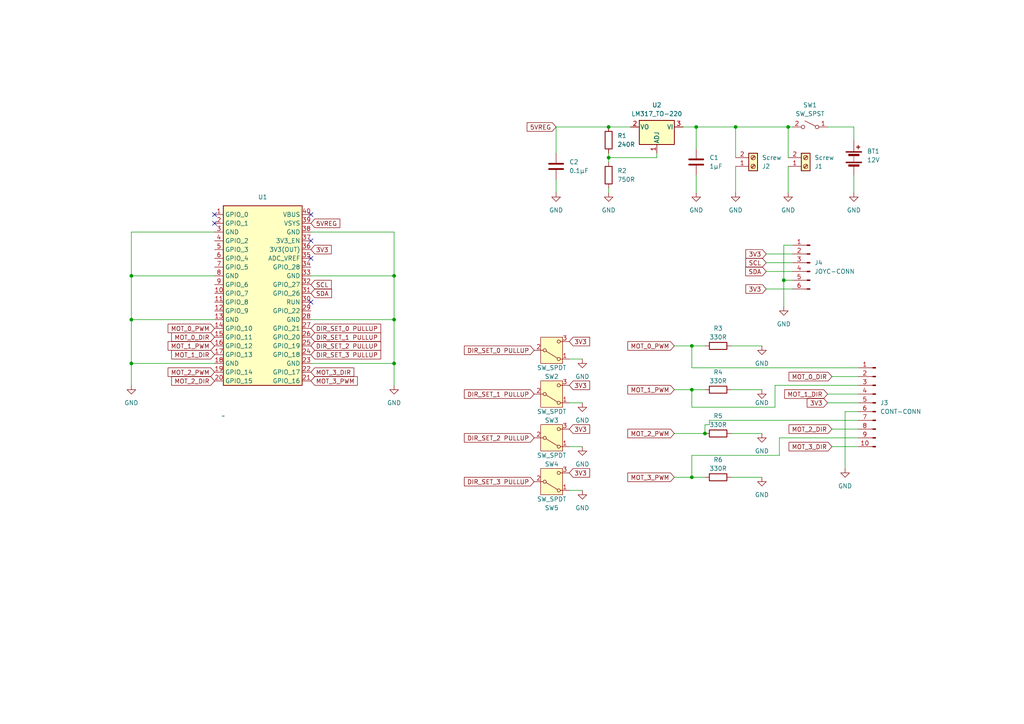
<source format=kicad_sch>
(kicad_sch (version 20230121) (generator eeschema)
  (paper "A4")
  (lib_symbols
    (symbol "Connector:Conn_01x06_Pin" (pin_names (offset 1.016) hide)
      (property "Reference" "J" (at 0 7.62 0))
      (property "Value" "Conn_01x06_Pin" (at 0 -10.16 0))
      (symbol "Conn_01x06_Pin_1_1"
        (polyline (pts (xy 1.27 -7.62) (xy 0.8636 -7.62)) (stroke (width 0.1524)))
        (polyline (pts (xy 1.27 -5.08) (xy 0.8636 -5.08)) (stroke (width 0.1524)))
        (polyline (pts (xy 1.27 -2.54) (xy 0.8636 -2.54)) (stroke (width 0.1524)))
        (polyline (pts (xy 1.27 0) (xy 0.8636 0)) (stroke (width 0.1524)))
        (polyline (pts (xy 1.27 2.54) (xy 0.8636 2.54)) (stroke (width 0.1524)))
        (polyline (pts (xy 1.27 5.08) (xy 0.8636 5.08)) (stroke (width 0.1524)))
        (rectangle (start 0.8636 -7.493) (end 0 -7.747) (stroke (width 0.1524)) (fill (type outline)))
        (rectangle (start 0.8636 -4.953) (end 0 -5.207) (stroke (width 0.1524)) (fill (type outline)))
        (rectangle (start 0.8636 -2.413) (end 0 -2.667) (stroke (width 0.1524)) (fill (type outline)))
        (rectangle (start 0.8636 0.127) (end 0 -0.127) (stroke (width 0.1524)) (fill (type outline)))
        (rectangle (start 0.8636 2.667) (end 0 2.413) (stroke (width 0.1524)) (fill (type outline)))
        (rectangle (start 0.8636 5.207) (end 0 4.953) (stroke (width 0.1524)) (fill (type outline)))
        (pin passive line (at 5.08 5.08 180) (length 3.81) (name "Pin_1") (number "1"))
        (pin passive line (at 5.08 2.54 180) (length 3.81) (name "Pin_2") (number "2"))
        (pin passive line (at 5.08 0 180) (length 3.81) (name "Pin_3") (number "3"))
        (pin passive line (at 5.08 -2.54 180) (length 3.81) (name "Pin_4") (number "4"))
        (pin passive line (at 5.08 -5.08 180) (length 3.81) (name "Pin_5") (number "5"))
        (pin passive line (at 5.08 -7.62 180) (length 3.81) (name "Pin_6") (number "6"))
      )
    )
    (symbol "Connector:Conn_01x10_Pin" (pin_names (offset 1.016) hide)
      (property "Reference" "J" (at 0 12.7 0))
      (property "Value" "Conn_01x10_Pin" (at 0 -15.24 0))
      (symbol "Conn_01x10_Pin_1_1"
        (polyline (pts (xy 1.27 -12.7) (xy 0.8636 -12.7)) (stroke (width 0.1524)))
        (polyline (pts (xy 1.27 -10.16) (xy 0.8636 -10.16)) (stroke (width 0.1524)))
        (polyline (pts (xy 1.27 -7.62) (xy 0.8636 -7.62)) (stroke (width 0.1524)))
        (polyline (pts (xy 1.27 -5.08) (xy 0.8636 -5.08)) (stroke (width 0.1524)))
        (polyline (pts (xy 1.27 -2.54) (xy 0.8636 -2.54)) (stroke (width 0.1524)))
        (polyline (pts (xy 1.27 0) (xy 0.8636 0)) (stroke (width 0.1524)))
        (polyline (pts (xy 1.27 2.54) (xy 0.8636 2.54)) (stroke (width 0.1524)))
        (polyline (pts (xy 1.27 5.08) (xy 0.8636 5.08)) (stroke (width 0.1524)))
        (polyline (pts (xy 1.27 7.62) (xy 0.8636 7.62)) (stroke (width 0.1524)))
        (polyline (pts (xy 1.27 10.16) (xy 0.8636 10.16)) (stroke (width 0.1524)))
        (rectangle (start 0.8636 -12.573) (end 0 -12.827) (stroke (width 0.1524)) (fill (type outline)))
        (rectangle (start 0.8636 -10.033) (end 0 -10.287) (stroke (width 0.1524)) (fill (type outline)))
        (rectangle (start 0.8636 -7.493) (end 0 -7.747) (stroke (width 0.1524)) (fill (type outline)))
        (rectangle (start 0.8636 -4.953) (end 0 -5.207) (stroke (width 0.1524)) (fill (type outline)))
        (rectangle (start 0.8636 -2.413) (end 0 -2.667) (stroke (width 0.1524)) (fill (type outline)))
        (rectangle (start 0.8636 0.127) (end 0 -0.127) (stroke (width 0.1524)) (fill (type outline)))
        (rectangle (start 0.8636 2.667) (end 0 2.413) (stroke (width 0.1524)) (fill (type outline)))
        (rectangle (start 0.8636 5.207) (end 0 4.953) (stroke (width 0.1524)) (fill (type outline)))
        (rectangle (start 0.8636 7.747) (end 0 7.493) (stroke (width 0.1524)) (fill (type outline)))
        (rectangle (start 0.8636 10.287) (end 0 10.033) (stroke (width 0.1524)) (fill (type outline)))
        (pin passive line (at 5.08 10.16 180) (length 3.81) (name "Pin_1") (number "1"))
        (pin passive line (at 5.08 -12.7 180) (length 3.81) (name "Pin_10") (number "10"))
        (pin passive line (at 5.08 7.62 180) (length 3.81) (name "Pin_2") (number "2"))
        (pin passive line (at 5.08 5.08 180) (length 3.81) (name "Pin_3") (number "3"))
        (pin passive line (at 5.08 2.54 180) (length 3.81) (name "Pin_4") (number "4"))
        (pin passive line (at 5.08 0 180) (length 3.81) (name "Pin_5") (number "5"))
        (pin passive line (at 5.08 -2.54 180) (length 3.81) (name "Pin_6") (number "6"))
        (pin passive line (at 5.08 -5.08 180) (length 3.81) (name "Pin_7") (number "7"))
        (pin passive line (at 5.08 -7.62 180) (length 3.81) (name "Pin_8") (number "8"))
        (pin passive line (at 5.08 -10.16 180) (length 3.81) (name "Pin_9") (number "9"))
      )
    )
    (symbol "Connector:Screw_Terminal_01x02" (pin_names (offset 1.016) hide)
      (property "Reference" "J" (at 0 2.54 0))
      (property "Value" "Screw_Terminal_01x02" (at 0 -5.08 0))
      (symbol "Screw_Terminal_01x02_1_1"
        (rectangle (start -1.27 1.27) (end 1.27 -3.81) (stroke (width 0.254)) (fill (type background)))
        (circle (center 0 -2.54) (radius 0.635) (stroke (width 0.1524)))
        (polyline (pts (xy -0.5334 -2.2098) (xy 0.3302 -3.048)) (stroke (width 0.1524)))
        (polyline (pts (xy -0.5334 0.3302) (xy 0.3302 -0.508)) (stroke (width 0.1524)))
        (polyline (pts (xy -0.3556 -2.032) (xy 0.508 -2.8702)) (stroke (width 0.1524)))
        (polyline (pts (xy -0.3556 0.508) (xy 0.508 -0.3302)) (stroke (width 0.1524)))
        (circle (center 0 0) (radius 0.635) (stroke (width 0.1524)))
        (pin passive line (at -5.08 0 0) (length 3.81) (name "Pin_1") (number "1"))
        (pin passive line (at -5.08 -2.54 0) (length 3.81) (name "Pin_2") (number "2"))
      )
    )
    (symbol "Device:Battery" (pin_numbers hide) (pin_names (offset 0) hide)
      (property "Reference" "BT" (at 2.54 2.54 0))
      (property "Value" "Battery" (at 2.54 0 0))
      (symbol "Battery_0_1"
        (rectangle (start -2.286 -1.27) (end 2.286 -1.524) (fill (type outline)))
        (rectangle (start -2.286 1.778) (end 2.286 1.524) (fill (type outline)))
        (rectangle (start -1.524 -2.032) (end 1.524 -2.54) (fill (type outline)))
        (rectangle (start -1.524 1.016) (end 1.524 0.508) (fill (type outline)))
        (polyline (pts (xy 0 -1.016) (xy 0 -0.762)))
        (polyline (pts (xy 0 -0.508) (xy 0 -0.254)))
        (polyline (pts (xy 0 0) (xy 0 0.254)))
        (polyline (pts (xy 0 1.778) (xy 0 2.54)))
        (polyline (pts (xy 0.762 3.048) (xy 1.778 3.048)) (stroke (width 0.254)))
        (polyline (pts (xy 1.27 3.556) (xy 1.27 2.54)) (stroke (width 0.254)))
      )
      (symbol "Battery_1_1"
        (pin passive line (at 0 5.08 270) (length 2.54) (name "+") (number "1"))
        (pin passive line (at 0 -5.08 90) (length 2.54) (name "-") (number "2"))
      )
    )
    (symbol "Device:C" (pin_numbers hide) (pin_names (offset 0.254))
      (property "Reference" "C" (at 0.635 2.54 0))
      (property "Value" "C" (at 0.635 -2.54 0))
      (symbol "C_0_1"
        (polyline (pts (xy -2.032 -0.762) (xy 2.032 -0.762)) (stroke (width 0.508)))
        (polyline (pts (xy -2.032 0.762) (xy 2.032 0.762)) (stroke (width 0.508)))
      )
      (symbol "C_1_1"
        (pin passive line (at 0 3.81 270) (length 2.794) (name "~") (number "1"))
        (pin passive line (at 0 -3.81 90) (length 2.794) (name "~") (number "2"))
      )
    )
    (symbol "Device:R" (pin_numbers hide) (pin_names (offset 0))
      (property "Reference" "R" (at 2.032 0 90))
      (property "Value" "R" (at 0 0 90))
      (symbol "R_0_1"
        (rectangle (start -1.016 -2.54) (end 1.016 2.54) (stroke (width 0.254)))
      )
      (symbol "R_1_1"
        (pin passive line (at 0 3.81 270) (length 1.27) (name "~") (number "1"))
        (pin passive line (at 0 -3.81 90) (length 1.27) (name "~") (number "2"))
      )
    )
    (symbol "Regulator_Linear:LM317_TO-220" (pin_names (offset 0.254))
      (property "Reference" "U" (at -3.81 3.175 0))
      (property "Value" "LM317_TO-220" (at 0 3.175 0))
      (symbol "LM317_TO-220_0_1"
        (rectangle (start -5.08 1.905) (end 5.08 -5.08) (stroke (width 0.254)) (fill (type background)))
      )
      (symbol "LM317_TO-220_1_1"
        (pin input line (at 0 -7.62 90) (length 2.54) (name "ADJ") (number "1"))
        (pin power_out line (at 7.62 0 180) (length 2.54) (name "VO") (number "2"))
        (pin power_in line (at -7.62 0 0) (length 2.54) (name "VI") (number "3"))
      )
    )
    (symbol "Switch:SW_SPDT" (pin_names (offset 0) hide)
      (property "Reference" "SW" (at 0 5.08 0))
      (property "Value" "SW_SPDT" (at 0 -5.08 0))
      (symbol "SW_SPDT_0_1"
        (circle (center -2.032 0) (radius 0.4572))
        (polyline (pts (xy -1.651 0.254) (xy 1.651 2.286)))
        (circle (center 2.032 -2.54) (radius 0.4572))
        (circle (center 2.032 2.54) (radius 0.4572))
      )
      (symbol "SW_SPDT_1_1"
        (rectangle (start -3.175 3.81) (end 3.175 -3.81) (fill (type background)))
        (pin passive line (at 5.08 2.54 180) (length 2.54) (name "A") (number "1"))
        (pin passive line (at -5.08 0 0) (length 2.54) (name "B") (number "2"))
        (pin passive line (at 5.08 -2.54 180) (length 2.54) (name "C") (number "3"))
      )
    )
    (symbol "Switch:SW_SPST" (pin_names (offset 0) hide)
      (property "Reference" "SW" (at 0 3.175 0))
      (property "Value" "SW_SPST" (at 0 -2.54 0))
      (symbol "SW_SPST_0_0"
        (circle (center -2.032 0) (radius 0.508))
        (polyline (pts (xy -1.524 0.254) (xy 1.524 1.778)))
        (circle (center 2.032 0) (radius 0.508))
      )
      (symbol "SW_SPST_1_1"
        (pin passive line (at -5.08 0 0) (length 2.54) (name "A") (number "1"))
        (pin passive line (at 5.08 0 180) (length 2.54) (name "B") (number "2"))
      )
    )
    (symbol "URPEKARI:RPI PICO"
      (property "Reference" "U" (at -10.16 29.21 0))
      (symbol "RPI PICO_1_1"
        (rectangle (start -10.16 27.94) (end 12.7 -24.13) (stroke (width 0.254)) (fill (type background)))
        (pin bidirectional line (at -12.7 25.4 0) (length 2.54) (name "GPIO_0") (number "1"))
        (pin bidirectional line (at -12.7 2.54 0) (length 2.54) (name "GPIO_7") (number "10"))
        (pin bidirectional line (at -12.7 0 0) (length 2.54) (name "GPIO_8") (number "11"))
        (pin bidirectional line (at -12.7 -2.54 0) (length 2.54) (name "GPIO_9") (number "12"))
        (pin passive line (at -12.7 -5.08 0) (length 2.54) (name "GND") (number "13"))
        (pin bidirectional line (at -12.7 -7.62 0) (length 2.54) (name "GPIO_10") (number "14"))
        (pin bidirectional line (at -12.7 -10.16 0) (length 2.54) (name "GPIO_11") (number "15"))
        (pin bidirectional line (at -12.7 -12.7 0) (length 2.54) (name "GPIO_12") (number "16"))
        (pin bidirectional line (at -12.7 -15.24 0) (length 2.54) (name "GPIO_13") (number "17"))
        (pin passive line (at -12.7 -17.78 0) (length 2.54) (name "GND") (number "18"))
        (pin bidirectional line (at -12.7 -20.32 0) (length 2.54) (name "GPIO_14") (number "19"))
        (pin bidirectional line (at -12.7 22.86 0) (length 2.54) (name "GPIO_1") (number "2"))
        (pin bidirectional line (at -12.7 -22.86 0) (length 2.54) (name "GPIO_15") (number "20"))
        (pin bidirectional line (at 15.24 -22.86 180) (length 2.54) (name "GPIO_16") (number "21"))
        (pin bidirectional line (at 15.24 -20.32 180) (length 2.54) (name "GPIO_17") (number "22"))
        (pin passive line (at 15.24 -17.78 180) (length 2.54) (name "GND") (number "23"))
        (pin bidirectional line (at 15.24 -15.24 180) (length 2.54) (name "GPIO_18") (number "24"))
        (pin bidirectional line (at 15.24 -12.7 180) (length 2.54) (name "GPIO_19") (number "25"))
        (pin bidirectional line (at 15.24 -10.16 180) (length 2.54) (name "GPIO_20") (number "26"))
        (pin bidirectional line (at 15.24 -7.62 180) (length 2.54) (name "GPIO_21") (number "27"))
        (pin passive line (at 15.24 -5.08 180) (length 2.54) (name "GND") (number "28"))
        (pin bidirectional line (at 15.24 -2.54 180) (length 2.54) (name "GPIO_22") (number "29"))
        (pin passive line (at -12.7 20.32 0) (length 2.54) (name "GND") (number "3"))
        (pin input line (at 15.24 0 180) (length 2.54) (name "RUN") (number "30"))
        (pin bidirectional line (at 15.24 2.54 180) (length 2.54) (name "GPIO_26") (number "31"))
        (pin bidirectional line (at 15.24 5.08 180) (length 2.54) (name "GPIO_27") (number "32"))
        (pin passive line (at 15.24 7.62 180) (length 2.54) (name "GND") (number "33"))
        (pin bidirectional line (at 15.24 10.16 180) (length 2.54) (name "GPIO_28") (number "34"))
        (pin input line (at 15.24 12.7 180) (length 2.54) (name "ADC_VREF") (number "35"))
        (pin power_out line (at 15.24 15.24 180) (length 2.54) (name "3V3(OUT)") (number "36"))
        (pin input line (at 15.24 17.78 180) (length 2.54) (name "3V3_EN") (number "37"))
        (pin passive line (at 15.24 20.32 180) (length 2.54) (name "GND") (number "38"))
        (pin power_in line (at 15.24 22.86 180) (length 2.54) (name "VSYS") (number "39"))
        (pin bidirectional line (at -12.7 17.78 0) (length 2.54) (name "GPIO_2") (number "4"))
        (pin power_in line (at 15.24 25.4 180) (length 2.54) (name "VBUS") (number "40"))
        (pin bidirectional line (at -12.7 15.24 0) (length 2.54) (name "GPIO_3") (number "5"))
        (pin bidirectional line (at -12.7 12.7 0) (length 2.54) (name "GPIO_4") (number "6"))
        (pin bidirectional line (at -12.7 10.16 0) (length 2.54) (name "GPIO_5") (number "7"))
        (pin passive line (at -12.7 7.62 0) (length 2.54) (name "GND") (number "8"))
        (pin bidirectional line (at -12.7 5.08 0) (length 2.54) (name "GPIO_6") (number "9"))
      )
    )
    (symbol "power:GND" (power) (pin_names (offset 0))
      (property "Value" "GND" (at 0 -3.81 0))
      (symbol "GND_0_1"
        (polyline (pts (xy 0 0) (xy 0 -1.27) (xy 1.27 -1.27) (xy 0 -2.54) (xy -1.27 -1.27) (xy 0 -1.27)))
      )
      (symbol "GND_1_1"
        (pin power_in line (at 0 0 270) (length 0) hide (name "GND") (number "1"))
      )
    )
  )
  (junction (at 176.53 36.83))
  (junction (at 213.36 36.83))
  (junction (at 200.66 100.33))
  (junction (at 114.3 105.41))
  (junction (at 200.66 138.43))
  (junction (at 201.93 36.83))
  (junction (at 114.3 92.71))
  (junction (at 38.1 80.01))
  (junction (at 200.66 113.03))
  (junction (at 204.47 125.73))
  (junction (at 176.53 45.72))
  (junction (at 228.6 36.83))
  (junction (at 227.33 81.28))
  (junction (at 38.1 105.41))
  (junction (at 114.3 80.01))
  (junction (at 38.1 92.71))
  (no_connect (at 90.17 87.63))
  (no_connect (at 62.23 62.23))
  (no_connect (at 90.17 74.93))
  (no_connect (at 62.23 64.77))
  (no_connect (at 90.17 62.23))
  (no_connect (at 90.17 69.85))
  (wire (pts (xy 176.53 44.45) (xy 176.53 45.72)))
  (wire (pts (xy 240.03 114.3) (xy 248.92 114.3)))
  (wire (pts (xy 227.33 81.28) (xy 227.33 71.12)))
  (wire (pts (xy 226.06 127) (xy 248.92 127)))
  (wire (pts (xy 205.74 123.19) (xy 204.47 123.19)))
  (wire (pts (xy 220.98 125.73) (xy 212.09 125.73)))
  (wire (pts (xy 90.17 105.41) (xy 114.3 105.41)))
  (wire (pts (xy 220.98 100.33) (xy 212.09 100.33)))
  (wire (pts (xy 245.11 135.89) (xy 245.11 119.38)))
  (wire (pts (xy 90.17 67.31) (xy 114.3 67.31)))
  (wire (pts (xy 176.53 36.83) (xy 161.29 36.83)))
  (wire (pts (xy 200.66 113.03) (xy 200.66 118.11)))
  (wire (pts (xy 240.03 36.83) (xy 247.65 36.83)))
  (wire (pts (xy 176.53 36.83) (xy 182.88 36.83)))
  (wire (pts (xy 247.65 36.83) (xy 247.65 40.64)))
  (wire (pts (xy 38.1 92.71) (xy 62.23 92.71)))
  (wire (pts (xy 38.1 67.31) (xy 62.23 67.31)))
  (wire (pts (xy 241.3 109.22) (xy 248.92 109.22)))
  (wire (pts (xy 114.3 67.31) (xy 114.3 80.01)))
  (wire (pts (xy 200.66 132.08) (xy 226.06 132.08)))
  (wire (pts (xy 38.1 92.71) (xy 38.1 105.41)))
  (wire (pts (xy 161.29 52.07) (xy 161.29 55.88)))
  (wire (pts (xy 222.25 73.66) (xy 229.87 73.66)))
  (wire (pts (xy 247.65 55.88) (xy 247.65 50.8)))
  (wire (pts (xy 161.29 36.83) (xy 161.29 44.45)))
  (wire (pts (xy 168.91 142.24) (xy 165.1 142.24)))
  (wire (pts (xy 190.5 45.72) (xy 176.53 45.72)))
  (wire (pts (xy 200.66 138.43) (xy 200.66 132.08)))
  (wire (pts (xy 201.93 36.83) (xy 213.36 36.83)))
  (wire (pts (xy 38.1 67.31) (xy 38.1 80.01)))
  (wire (pts (xy 224.79 118.11) (xy 224.79 111.76)))
  (wire (pts (xy 200.66 138.43) (xy 204.47 138.43)))
  (wire (pts (xy 114.3 111.76) (xy 114.3 105.41)))
  (wire (pts (xy 176.53 55.88) (xy 176.53 54.61)))
  (wire (pts (xy 90.17 92.71) (xy 114.3 92.71)))
  (wire (pts (xy 201.93 50.8) (xy 201.93 55.88)))
  (wire (pts (xy 200.66 118.11) (xy 224.79 118.11)))
  (wire (pts (xy 168.91 116.84) (xy 165.1 116.84)))
  (wire (pts (xy 38.1 105.41) (xy 62.23 105.41)))
  (wire (pts (xy 240.03 116.84) (xy 248.92 116.84)))
  (wire (pts (xy 228.6 48.26) (xy 228.6 55.88)))
  (wire (pts (xy 222.25 76.2) (xy 229.87 76.2)))
  (wire (pts (xy 195.58 138.43) (xy 200.66 138.43)))
  (wire (pts (xy 228.6 36.83) (xy 229.87 36.83)))
  (wire (pts (xy 195.58 100.33) (xy 200.66 100.33)))
  (wire (pts (xy 200.66 106.68) (xy 248.92 106.68)))
  (wire (pts (xy 228.6 36.83) (xy 228.6 45.72)))
  (wire (pts (xy 222.25 78.74) (xy 229.87 78.74)))
  (wire (pts (xy 168.91 104.14) (xy 165.1 104.14)))
  (wire (pts (xy 198.12 36.83) (xy 201.93 36.83)))
  (wire (pts (xy 195.58 125.73) (xy 204.47 125.73)))
  (wire (pts (xy 205.74 123.19) (xy 205.74 121.92)))
  (wire (pts (xy 213.36 48.26) (xy 213.36 55.88)))
  (wire (pts (xy 224.79 111.76) (xy 248.92 111.76)))
  (wire (pts (xy 222.25 83.82) (xy 229.87 83.82)))
  (wire (pts (xy 220.98 113.03) (xy 212.09 113.03)))
  (wire (pts (xy 226.06 132.08) (xy 226.06 127)))
  (wire (pts (xy 220.98 138.43) (xy 212.09 138.43)))
  (wire (pts (xy 227.33 71.12) (xy 229.87 71.12)))
  (wire (pts (xy 200.66 100.33) (xy 204.47 100.33)))
  (wire (pts (xy 241.3 124.46) (xy 248.92 124.46)))
  (wire (pts (xy 200.66 113.03) (xy 204.47 113.03)))
  (wire (pts (xy 190.5 44.45) (xy 190.5 45.72)))
  (wire (pts (xy 205.74 121.92) (xy 248.92 121.92)))
  (wire (pts (xy 38.1 111.76) (xy 38.1 105.41)))
  (wire (pts (xy 114.3 80.01) (xy 114.3 92.71)))
  (wire (pts (xy 241.3 129.54) (xy 248.92 129.54)))
  (wire (pts (xy 90.17 80.01) (xy 114.3 80.01)))
  (wire (pts (xy 38.1 80.01) (xy 38.1 92.71)))
  (wire (pts (xy 245.11 119.38) (xy 248.92 119.38)))
  (wire (pts (xy 195.58 113.03) (xy 200.66 113.03)))
  (wire (pts (xy 200.66 100.33) (xy 200.66 106.68)))
  (wire (pts (xy 213.36 36.83) (xy 228.6 36.83)))
  (wire (pts (xy 168.91 129.54) (xy 165.1 129.54)))
  (wire (pts (xy 114.3 92.71) (xy 114.3 105.41)))
  (wire (pts (xy 176.53 45.72) (xy 176.53 46.99)))
  (wire (pts (xy 38.1 80.01) (xy 62.23 80.01)))
  (wire (pts (xy 229.87 81.28) (xy 227.33 81.28)))
  (wire (pts (xy 201.93 36.83) (xy 201.93 43.18)))
  (wire (pts (xy 213.36 36.83) (xy 213.36 45.72)))
  (wire (pts (xy 227.33 81.28) (xy 227.33 88.9)))
  (wire (pts (xy 204.47 123.19) (xy 204.47 125.73)))
  (global_label "DIR_SET_0 PULLUP" (shape input) (at 154.94 101.6 180) (property "Intersheetrefs" "${INTERSHEET_REFS}" (effects hide)))
  (global_label "3V3" (shape input) (at 222.25 73.66 180) (property "Intersheetrefs" "${INTERSHEET_REFS}" (effects hide)))
  (global_label "MOT_0_DIR" (shape input) (at 62.23 97.79 180) (property "Intersheetrefs" "${INTERSHEET_REFS}" (effects hide)))
  (global_label "3V3" (shape input) (at 90.17 72.39 0) (property "Intersheetrefs" "${INTERSHEET_REFS}" (effects hide)))
  (global_label "3V3" (shape input) (at 165.1 137.16 0) (property "Intersheetrefs" "${INTERSHEET_REFS}" (effects hide)))
  (global_label "MOT_0_PWM" (shape input) (at 195.58 100.33 180) (property "Intersheetrefs" "${INTERSHEET_REFS}" (effects hide)))
  (global_label "DIR_SET_1 PULLUP" (shape input) (at 90.17 97.79 0) (property "Intersheetrefs" "${INTERSHEET_REFS}" (effects hide)))
  (global_label "MOT_2_PWM" (shape input) (at 62.23 107.95 180) (property "Intersheetrefs" "${INTERSHEET_REFS}" (effects hide)))
  (global_label "MOT_2_DIR" (shape input) (at 241.3 124.46 180) (property "Intersheetrefs" "${INTERSHEET_REFS}" (effects hide)))
  (global_label "DIR_SET_3 PULLUP" (shape input) (at 154.94 139.7 180) (property "Intersheetrefs" "${INTERSHEET_REFS}" (effects hide)))
  (global_label "3V3" (shape input) (at 240.03 116.84 180) (property "Intersheetrefs" "${INTERSHEET_REFS}" (effects hide)))
  (global_label "3V3" (shape input) (at 222.25 83.82 180) (property "Intersheetrefs" "${INTERSHEET_REFS}" (effects hide)))
  (global_label "3V3" (shape input) (at 165.1 111.76 0) (property "Intersheetrefs" "${INTERSHEET_REFS}" (effects hide)))
  (global_label "SDA" (shape input) (at 90.17 85.09 0) (property "Intersheetrefs" "${INTERSHEET_REFS}" (effects hide)))
  (global_label "MOT_1_PWM" (shape input) (at 195.58 113.03 180) (property "Intersheetrefs" "${INTERSHEET_REFS}" (effects hide)))
  (global_label "MOT_1_DIR" (shape input) (at 240.03 114.3 180) (property "Intersheetrefs" "${INTERSHEET_REFS}" (effects hide)))
  (global_label "DIR_SET_1 PULLUP" (shape input) (at 154.94 114.3 180) (property "Intersheetrefs" "${INTERSHEET_REFS}" (effects hide)))
  (global_label "MOT_3_DIR" (shape input) (at 90.17 107.95 0) (property "Intersheetrefs" "${INTERSHEET_REFS}" (effects hide)))
  (global_label "DIR_SET_2 PULLUP" (shape input) (at 90.17 100.33 0) (property "Intersheetrefs" "${INTERSHEET_REFS}" (effects hide)))
  (global_label "MOT_2_PWM" (shape input) (at 195.58 125.73 180) (property "Intersheetrefs" "${INTERSHEET_REFS}" (effects hide)))
  (global_label "MOT_3_PWM" (shape input) (at 195.58 138.43 180) (property "Intersheetrefs" "${INTERSHEET_REFS}" (effects hide)))
  (global_label "MOT_1_PWM" (shape input) (at 62.23 100.33 180) (property "Intersheetrefs" "${INTERSHEET_REFS}" (effects hide)))
  (global_label "SCL" (shape input) (at 222.25 76.2 180) (property "Intersheetrefs" "${INTERSHEET_REFS}" (effects hide)))
  (global_label "3V3" (shape input) (at 165.1 99.06 0) (property "Intersheetrefs" "${INTERSHEET_REFS}" (effects hide)))
  (global_label "5VREG" (shape input) (at 90.17 64.77 0) (property "Intersheetrefs" "${INTERSHEET_REFS}" (effects hide)))
  (global_label "DIR_SET_0 PULLUP" (shape input) (at 90.17 95.25 0) (property "Intersheetrefs" "${INTERSHEET_REFS}" (effects hide)))
  (global_label "3V3" (shape input) (at 165.1 124.46 0) (property "Intersheetrefs" "${INTERSHEET_REFS}" (effects hide)))
  (global_label "DIR_SET_2 PULLUP" (shape input) (at 154.94 127 180) (property "Intersheetrefs" "${INTERSHEET_REFS}" (effects hide)))
  (global_label "MOT_3_DIR" (shape input) (at 241.3 129.54 180) (property "Intersheetrefs" "${INTERSHEET_REFS}" (effects hide)))
  (global_label "MOT_2_DIR" (shape input) (at 62.23 110.49 180) (property "Intersheetrefs" "${INTERSHEET_REFS}" (effects hide)))
  (global_label "MOT_0_PWM" (shape input) (at 62.23 95.25 180) (property "Intersheetrefs" "${INTERSHEET_REFS}" (effects hide)))
  (global_label "DIR_SET_3 PULLUP" (shape input) (at 90.17 102.87 0) (property "Intersheetrefs" "${INTERSHEET_REFS}" (effects hide)))
  (global_label "SCL" (shape input) (at 90.17 82.55 0) (property "Intersheetrefs" "${INTERSHEET_REFS}" (effects hide)))
  (global_label "MOT_0_DIR" (shape input) (at 241.3 109.22 180) (property "Intersheetrefs" "${INTERSHEET_REFS}" (effects hide)))
  (global_label "MOT_1_DIR" (shape input) (at 62.23 102.87 180) (property "Intersheetrefs" "${INTERSHEET_REFS}" (effects hide)))
  (global_label "SDA" (shape input) (at 222.25 78.74 180) (property "Intersheetrefs" "${INTERSHEET_REFS}" (effects hide)))
  (global_label "5VREG" (shape input) (at 161.29 36.83 180) (property "Intersheetrefs" "${INTERSHEET_REFS}" (effects hide)))
  (global_label "MOT_3_PWM" (shape input) (at 90.17 110.49 0) (property "Intersheetrefs" "${INTERSHEET_REFS}" (effects hide)))
  (symbol (lib_id "power:GND") (at 176.53 55.88 0) (unit 1)
    (property "Reference" "#PWR05" (effects hide))
    (property "Value" "GND" (at 176.53 60.96 0))
  )
  (symbol (lib_id "Connector:Screw_Terminal_01x02") (at 233.68 48.26 0) (mirror x) (unit 1)
    (property "Reference" "J1" (at 236.22 48.26 0) (effects (justify left)))
    (property "Value" "Screw" (at 236.22 45.72 0) (effects (justify left)))
    (property "Footprint" "TerminalBlock:TerminalBlock_bornier-2_P5.08mm" (effects hide))
  )
  (symbol (lib_id "power:GND") (at 168.91 104.14 0) (unit 1)
    (property "Reference" "#PWR014" (effects hide))
    (property "Value" "GND" (at 168.91 109.22 0))
  )
  (symbol (lib_id "power:GND") (at 220.98 113.03 0) (unit 1)
    (property "Reference" "#PWR010" (effects hide))
    (property "Value" "GND" (at 220.98 116.84 0))
  )
  (symbol (lib_id "Device:C") (at 201.93 46.99 0) (unit 1)
    (property "Reference" "C1" (at 205.74 45.72 0) (effects (justify left)))
    (property "Value" "1µF" (at 205.74 48.26 0) (effects (justify left)))
    (property "Footprint" "Capacitor_THT:C_Rect_L9.0mm_W3.2mm_P7.50mm_MKT" (effects hide))
  )
  (symbol (lib_id "Connector:Screw_Terminal_01x02") (at 218.44 48.26 0) (mirror x) (unit 1)
    (property "Reference" "J2" (at 220.98 48.26 0) (effects (justify left)))
    (property "Value" "Screw" (at 220.98 45.72 0) (effects (justify left)))
    (property "Footprint" "TerminalBlock:TerminalBlock_bornier-2_P5.08mm" (effects hide))
  )
  (symbol (lib_id "power:GND") (at 168.91 116.84 0) (unit 1)
    (property "Reference" "#PWR015" (effects hide))
    (property "Value" "GND" (at 168.91 121.92 0))
  )
  (symbol (lib_id "power:GND") (at 228.6 55.88 0) (unit 1)
    (property "Reference" "#PWR02" (effects hide))
    (property "Value" "GND" (at 228.6 60.96 0))
  )
  (symbol (lib_id "Switch:SW_SPDT") (at 160.02 101.6 0) (mirror x) (unit 1)
    (property "Reference" "SW2" (at 160.02 109.22 0))
    (property "Value" "SW_SPDT" (at 160.02 106.68 0))
    (property "Footprint" "Urpekari:SERVO" (effects hide))
  )
  (symbol (lib_id "Device:R") (at 208.28 138.43 90) (unit 1)
    (property "Reference" "R6" (at 208.28 133.35 90))
    (property "Value" "330R" (at 208.28 135.89 90))
    (property "Footprint" "Resistor_THT:R_Axial_DIN0207_L6.3mm_D2.5mm_P10.16mm_Horizontal" (effects hide))
  )
  (symbol (lib_id "Switch:SW_SPDT") (at 160.02 127 0) (mirror x) (unit 1)
    (property "Reference" "SW4" (at 160.02 134.62 0))
    (property "Value" "SW_SPDT" (at 160.02 132.08 0))
    (property "Footprint" "Urpekari:SERVO" (effects hide))
  )
  (symbol (lib_id "power:GND") (at 220.98 138.43 0) (unit 1)
    (property "Reference" "#PWR012" (effects hide))
    (property "Value" "GND" (at 220.98 143.51 0))
  )
  (symbol (lib_id "power:GND") (at 201.93 55.88 0) (unit 1)
    (property "Reference" "#PWR04" (effects hide))
    (property "Value" "GND" (at 201.93 60.96 0))
  )
  (symbol (lib_id "Device:R") (at 176.53 40.64 0) (unit 1)
    (property "Reference" "R1" (at 179.07 39.37 0) (effects (justify left)))
    (property "Value" "240R" (at 179.07 41.91 0) (effects (justify left)))
    (property "Footprint" "Resistor_THT:R_Axial_DIN0207_L6.3mm_D2.5mm_P10.16mm_Horizontal" (effects hide))
  )
  (symbol (lib_id "power:GND") (at 220.98 100.33 0) (unit 1)
    (property "Reference" "#PWR09" (effects hide))
    (property "Value" "GND" (at 220.98 105.41 0))
  )
  (symbol (lib_id "power:GND") (at 161.29 55.88 0) (unit 1)
    (property "Reference" "#PWR06" (effects hide))
    (property "Value" "GND" (at 161.29 60.96 0))
  )
  (symbol (lib_id "power:GND") (at 114.3 111.76 0) (unit 1)
    (property "Reference" "#PWR07" (effects hide))
    (property "Value" "GND" (at 114.3 116.84 0))
  )
  (symbol (lib_id "power:GND") (at 38.1 111.76 0) (unit 1)
    (property "Reference" "#PWR08" (effects hide))
    (property "Value" "GND" (at 38.1 116.84 0))
  )
  (symbol (lib_id "Device:Battery") (at 247.65 45.72 0) (unit 1)
    (property "Reference" "BT1" (at 251.46 43.8785 0) (effects (justify left)))
    (property "Value" "12V" (at 251.46 46.4185 0) (effects (justify left)))
    (property "Footprint" "Urpekari:BATTERY-CABLE" (effects hide))
  )
  (symbol (lib_id "power:GND") (at 220.98 125.73 0) (unit 1)
    (property "Reference" "#PWR011" (effects hide))
    (property "Value" "GND" (at 220.98 130.81 0))
  )
  (symbol (lib_id "Switch:SW_SPDT") (at 160.02 139.7 0) (mirror x) (unit 1)
    (property "Reference" "SW5" (at 160.02 147.32 0))
    (property "Value" "SW_SPDT" (at 160.02 144.78 0))
    (property "Footprint" "Urpekari:SERVO" (effects hide))
  )
  (symbol (lib_id "Device:R") (at 208.28 113.03 90) (unit 1)
    (property "Reference" "R4" (at 208.28 107.95 90))
    (property "Value" "330R" (at 208.28 110.49 90))
    (property "Footprint" "Resistor_THT:R_Axial_DIN0207_L6.3mm_D2.5mm_P10.16mm_Horizontal" (effects hide))
  )
  (symbol (lib_id "power:GND") (at 227.33 88.9 0) (unit 1)
    (property "Reference" "#PWR013" (effects hide))
    (property "Value" "GND" (at 227.33 93.98 0))
  )
  (symbol (lib_id "power:GND") (at 168.91 129.54 0) (unit 1)
    (property "Reference" "#PWR016" (effects hide))
    (property "Value" "GND" (at 168.91 134.62 0))
  )
  (symbol (lib_id "power:GND") (at 247.65 55.88 0) (unit 1)
    (property "Reference" "#PWR01" (effects hide))
    (property "Value" "GND" (at 247.65 60.96 0))
  )
  (symbol (lib_id "Connector:Conn_01x10_Pin") (at 254 116.84 0) (mirror y) (unit 1)
    (property "Reference" "J3" (at 255.27 116.84 0) (effects (justify right)))
    (property "Value" "CONT-CONN" (at 255.27 119.38 0) (effects (justify right)))
    (property "Footprint" "Urpekari:CONT-CONN" (effects hide))
  )
  (symbol (lib_id "Connector:Conn_01x06_Pin") (at 234.95 76.2 0) (mirror y) (unit 1)
    (property "Reference" "J4" (at 236.22 76.2 0) (effects (justify right)))
    (property "Value" "JOYC-CONN" (at 236.22 78.74 0) (effects (justify right)))
    (property "Footprint" "Urpekari:JOYC-CONN" (effects hide))
  )
  (symbol (lib_id "Device:R") (at 208.28 125.73 90) (unit 1)
    (property "Reference" "R5" (at 208.28 120.65 90))
    (property "Value" "330R" (at 208.28 123.19 90))
    (property "Footprint" "Resistor_THT:R_Axial_DIN0207_L6.3mm_D2.5mm_P10.16mm_Horizontal" (effects hide))
  )
  (symbol (lib_id "Switch:SW_SPST") (at 234.95 36.83 0) (mirror y) (unit 1)
    (property "Reference" "SW1" (at 234.95 30.48 0))
    (property "Value" "SW_SPST" (at 234.95 33.02 0))
    (property "Footprint" "Urpekari:POWER-CABLE" (effects hide))
  )
  (symbol (lib_id "power:GND") (at 245.11 135.89 0) (unit 1)
    (property "Reference" "#PWR018" (effects hide))
    (property "Value" "GND" (at 245.11 140.97 0))
  )
  (symbol (lib_id "power:GND") (at 168.91 142.24 0) (unit 1)
    (property "Reference" "#PWR017" (effects hide))
    (property "Value" "GND" (at 168.91 147.32 0))
  )
  (symbol (lib_id "Device:R") (at 208.28 100.33 90) (unit 1)
    (property "Reference" "R3" (at 208.28 95.25 90))
    (property "Value" "330R" (at 208.28 97.79 90))
    (property "Footprint" "Resistor_THT:R_Axial_DIN0207_L6.3mm_D2.5mm_P10.16mm_Horizontal" (effects hide))
  )
  (symbol (lib_id "URPEKARI:RPI PICO") (at 74.93 87.63 0) (unit 1)
    (property "Reference" "U1" (at 76.2 57.15 0))
    (property "Value" "~" (at 64.77 120.65 0))
    (property "Footprint" "Urpekari:RPI-PICO" (effects hide))
  )
  (symbol (lib_id "Regulator_Linear:LM317_TO-220") (at 190.5 36.83 0) (mirror y) (unit 1)
    (property "Reference" "U2" (at 190.5 30.48 0))
    (property "Value" "LM317_TO-220" (at 190.5 33.02 0))
    (property "Footprint" "Package_TO_SOT_THT:TO-220-3_Vertical" (effects hide))
    (property "Datasheet" "http://www.ti.com/lit/ds/symlink/lm317.pdf" (effects hide))
  )
  (symbol (lib_id "power:GND") (at 213.36 55.88 0) (unit 1)
    (property "Reference" "#PWR03" (effects hide))
    (property "Value" "GND" (at 213.36 60.96 0))
  )
  (symbol (lib_id "Device:C") (at 161.29 48.26 0) (unit 1)
    (property "Reference" "C2" (at 165.1 46.99 0) (effects (justify left)))
    (property "Value" "0.1µF" (at 165.1 49.53 0) (effects (justify left)))
    (property "Footprint" "Capacitor_THT:C_Rect_L4.0mm_W2.5mm_P2.50mm" (effects hide))
  )
  (symbol (lib_id "Switch:SW_SPDT") (at 160.02 114.3 0) (mirror x) (unit 1)
    (property "Reference" "SW3" (at 160.02 121.92 0))
    (property "Value" "SW_SPDT" (at 160.02 119.38 0))
    (property "Footprint" "Urpekari:SERVO" (effects hide))
  )
  (symbol (lib_id "Device:R") (at 176.53 50.8 0) (unit 1)
    (property "Reference" "R2" (at 179.07 49.53 0) (effects (justify left)))
    (property "Value" "750R" (at 179.07 52.07 0) (effects (justify left)))
    (property "Footprint" "Resistor_THT:R_Axial_DIN0207_L6.3mm_D2.5mm_P10.16mm_Horizontal" (effects hide))
  )
)
</source>
